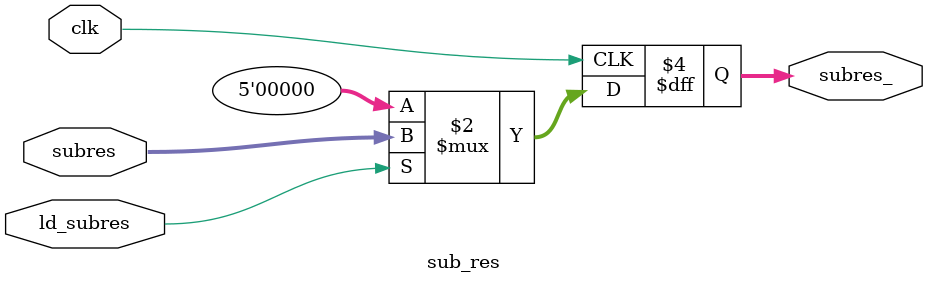
<source format=v>
module sub_res(
    //input clk
    input clk,
   
    //adder나 subtractor로부터 오는 신호.
    input ld_subres, //아래 값을 로드시키라는 adder로부터의 신호.
    input [4:0] subres, //adder로부터 온 중간결과값.
    
    //중간 결과를(빼고 남은 결과) ld해준다.
    output reg[4:0] subres_
);

always@(posedge clk)begin
    subres_ = 5'b00000;
    if(ld_subres)begin
        subres_ <= subres;
    end
end


endmodule
</source>
